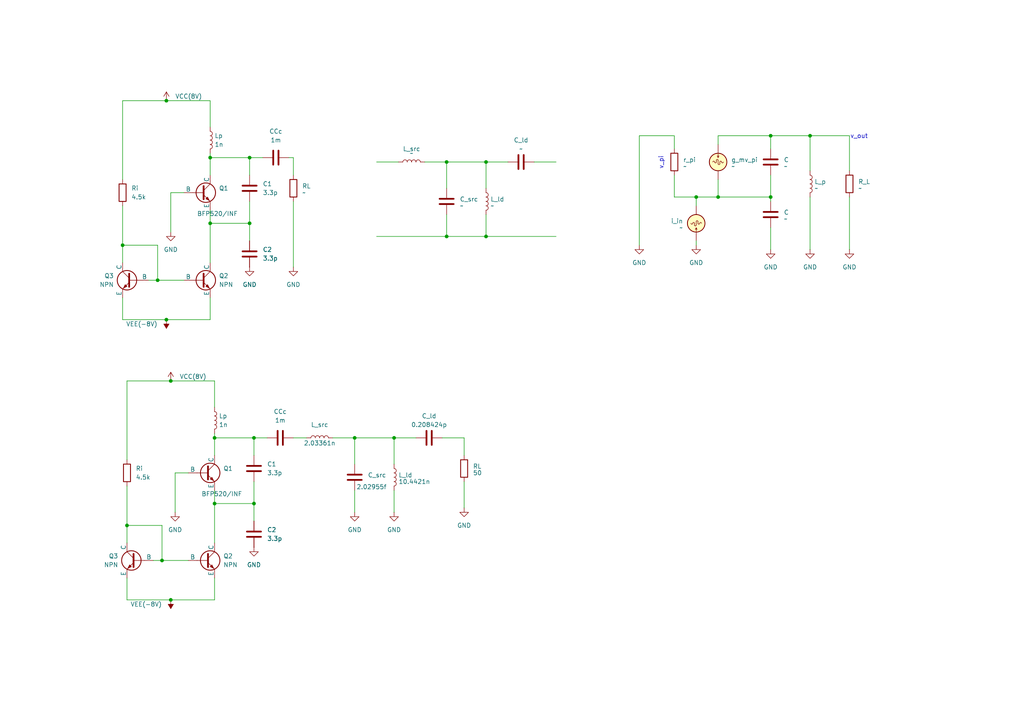
<source format=kicad_sch>
(kicad_sch (version 20231120) (generator "eeschema") (generator_version "8.0")
  (paper "A4")
  (lib_symbols
    (symbol "Device:C" (pin_numbers hide) (pin_names (offset 0.254))
      (property "Reference" "C" (at 0.635 2.54 0))
      (property "Value" "C" (at 0.635 -2.54 0))
      (symbol "C_0_1"
        (polyline (pts (xy -2.032 -0.762) (xy 2.032 -0.762)) (stroke (width 0.508)))
        (polyline (pts (xy -2.032 0.762) (xy 2.032 0.762)) (stroke (width 0.508)))
      )
      (symbol "C_1_1"
        (pin passive line (at 0 3.81 270) (length 2.794) (name "~") (number "1"))
        (pin passive line (at 0 -3.81 90) (length 2.794) (name "~") (number "2"))
      )
    )
    (symbol "Device:L" (pin_numbers hide) (pin_names (offset 1.016) hide)
      (property "Reference" "L" (at -1.27 0 90))
      (property "Value" "L" (at 1.905 0 90))
      (symbol "L_0_1"
        (arc (start 0 -2.54) (mid 0.6323 -1.905) (end 0 -1.27))
        (arc (start 0 -1.27) (mid 0.6323 -0.635) (end 0 0))
        (arc (start 0 0) (mid 0.6323 0.635) (end 0 1.27))
        (arc (start 0 1.27) (mid 0.6323 1.905) (end 0 2.54))
      )
      (symbol "L_1_1"
        (pin passive line (at 0 3.81 270) (length 1.27) (name "1") (number "1"))
        (pin passive line (at 0 -3.81 90) (length 1.27) (name "2") (number "2"))
      )
    )
    (symbol "Device:R" (pin_numbers hide) (pin_names (offset 0))
      (property "Reference" "R" (at 2.032 0 90))
      (property "Value" "R" (at 0 0 90))
      (symbol "R_0_1"
        (rectangle (start -1.016 -2.54) (end 1.016 2.54) (stroke (width 0.254)))
      )
      (symbol "R_1_1"
        (pin passive line (at 0 3.81 270) (length 1.27) (name "~") (number "1"))
        (pin passive line (at 0 -3.81 90) (length 1.27) (name "~") (number "2"))
      )
    )
    (symbol "Simulation_SPICE:IAM" (pin_numbers hide) (pin_names (offset 0.0254))
      (property "Reference" "I" (at 2.54 2.54 0))
      (property "Value" "IAM" (at 2.54 0 0))
      (property "Sim.Params" "type=\"I\" model=\"am(1 0 1k 100k 1n)\" lib=\"\"" (at 2.54 -2.54 0))
      (symbol "IAM_0_0"
        (arc (start 0 0.508) (mid -0.254 0.7609) (end -0.508 0.508))
      )
      (symbol "IAM_0_1"
        (arc (start -1.016 0) (mid -1.27 0.2529) (end -1.524 0))
        (arc (start -1.016 0) (mid -0.762 -0.2529) (end -0.508 0))
        (arc (start 0 -0.508) (mid 0.254 -0.7609) (end 0.508 -0.508))
        (polyline (pts (xy -0.508 0.508) (xy -0.508 0)))
        (polyline (pts (xy 0 0.508) (xy 0 -0.508)))
        (polyline (pts (xy 0 1.27) (xy 0 2.286)))
        (polyline (pts (xy 0.508 -0.508) (xy 0.508 0)))
        (polyline (pts (xy -0.254 1.778) (xy 0 1.27) (xy 0.254 1.778)))
        (circle (center 0 0) (radius 2.54) (stroke (width 0.254)) (fill (type background)))
        (arc (start 1.016 0) (mid 0.762 0.2529) (end 0.508 0))
        (arc (start 1.016 0) (mid 1.27 -0.2529) (end 1.524 0))
      )
      (symbol "IAM_1_1"
        (pin passive line (at 0 5.08 270) (length 2.54) (name "~") (number "1"))
        (pin passive line (at 0 -5.08 90) (length 2.54) (name "~") (number "2"))
      )
    )
    (symbol "Simulation_SPICE:NPN" (pin_numbers hide) (pin_names (offset 0))
      (property "Reference" "Q" (at -2.54 7.62 0))
      (property "Value" "NPN" (at -2.54 5.08 0))
      (symbol "NPN_0_1"
        (polyline (pts (xy -2.54 0) (xy 0.635 0)) (stroke (width 0.1524)))
        (polyline (pts (xy 0.635 0.635) (xy 2.54 2.54)))
        (polyline (pts (xy 2.794 -1.27) (xy 2.794 -1.27)) (stroke (width 0.1524)))
        (polyline (pts (xy 2.794 -1.27) (xy 2.794 -1.27)) (stroke (width 0.1524)))
        (polyline (pts (xy 0.635 -0.635) (xy 2.54 -2.54) (xy 2.54 -2.54)))
        (polyline (pts (xy 0.635 1.905) (xy 0.635 -1.905) (xy 0.635 -1.905)) (stroke (width 0.508)))
        (polyline (pts (xy 1.27 -1.778) (xy 1.778 -1.27) (xy 2.286 -2.286) (xy 1.27 -1.778) (xy 1.27 -1.778)) (fill (type outline)))
        (circle (center 1.27 0) (radius 2.8194) (stroke (width 0.254)))
      )
      (symbol "NPN_1_1"
        (pin open_collector line (at 2.54 5.08 270) (length 2.54) (name "C") (number "1"))
        (pin input line (at -5.08 0 0) (length 2.54) (name "B") (number "2"))
        (pin open_emitter line (at 2.54 -5.08 90) (length 2.54) (name "E") (number "3"))
      )
    )
    (symbol "power:GND" (power) (pin_numbers hide) (pin_names (offset 0) hide)
      (property "Value" "GND" (at 0 -3.81 0))
      (symbol "GND_0_1"
        (polyline (pts (xy 0 0) (xy 0 -1.27) (xy 1.27 -1.27) (xy 0 -2.54) (xy -1.27 -1.27) (xy 0 -1.27)))
      )
      (symbol "GND_1_1"
        (pin power_in line (at 0 0 270) (length 0) (name "~") (number "1"))
      )
    )
    (symbol "power:VCC" (power) (pin_numbers hide) (pin_names (offset 0) hide)
      (property "Value" "VCC" (at 0 3.556 0))
      (symbol "VCC_0_1"
        (polyline (pts (xy -0.762 1.27) (xy 0 2.54)))
        (polyline (pts (xy 0 0) (xy 0 2.54)))
        (polyline (pts (xy 0 2.54) (xy 0.762 1.27)))
      )
      (symbol "VCC_1_1"
        (pin power_in line (at 0 0 90) (length 0) (name "~") (number "1"))
      )
    )
    (symbol "power:VEE" (power) (pin_numbers hide) (pin_names (offset 0) hide)
      (property "Value" "VEE" (at 0 3.556 0))
      (symbol "VEE_0_1"
        (polyline (pts (xy 0 0) (xy 0 2.54)))
        (polyline (pts (xy 0.762 1.27) (xy -0.762 1.27) (xy 0 2.54) (xy 0.762 1.27)) (fill (type outline)))
      )
      (symbol "VEE_1_1"
        (pin power_in line (at 0 0 90) (length 0) (name "~") (number "1"))
      )
    )
  )
  (junction (at 201.93 57.15))
  (junction (at 140.97 68.58))
  (junction (at 129.54 68.58))
  (junction (at 60.96 64.77))
  (junction (at 62.23 127))
  (junction (at 36.83 152.4))
  (junction (at 223.52 57.15))
  (junction (at 49.53 110.49))
  (junction (at 73.66 127))
  (junction (at 46.99 162.56))
  (junction (at 49.53 173.99))
  (junction (at 208.28 57.15))
  (junction (at 72.39 45.72))
  (junction (at 234.95 39.37))
  (junction (at 48.26 29.21))
  (junction (at 114.3 127))
  (junction (at 129.54 46.99))
  (junction (at 102.87 127))
  (junction (at 35.56 71.12))
  (junction (at 45.72 81.28))
  (junction (at 72.39 64.77))
  (junction (at 140.97 46.99))
  (junction (at 223.52 39.37))
  (junction (at 73.66 146.05))
  (junction (at 48.26 92.71))
  (junction (at 62.23 146.05))
  (junction (at 60.96 45.72))
  (wire (pts (xy 49.53 173.99) (xy 62.23 173.99)))
  (wire (pts (xy 102.87 142.24) (xy 102.87 148.59)))
  (wire (pts (xy 72.39 58.42) (xy 72.39 64.77)))
  (wire (pts (xy 48.26 92.71) (xy 60.96 92.71)))
  (wire (pts (xy 45.72 71.12) (xy 45.72 81.28)))
  (wire (pts (xy 60.96 44.45) (xy 60.96 45.72)))
  (wire (pts (xy 60.96 45.72) (xy 72.39 45.72)))
  (wire (pts (xy 85.09 58.42) (xy 85.09 77.47)))
  (wire (pts (xy 36.83 173.99) (xy 49.53 173.99)))
  (wire (pts (xy 53.34 55.88) (xy 49.53 55.88)))
  (wire (pts (xy 201.93 57.15) (xy 208.28 57.15)))
  (wire (pts (xy 128.27 127) (xy 134.62 127)))
  (wire (pts (xy 62.23 146.05) (xy 73.66 146.05)))
  (wire (pts (xy 60.96 86.36) (xy 60.96 92.71)))
  (wire (pts (xy 54.61 137.16) (xy 50.8 137.16)))
  (wire (pts (xy 73.66 139.7) (xy 73.66 146.05)))
  (wire (pts (xy 114.3 127) (xy 120.65 127)))
  (wire (pts (xy 35.56 52.07) (xy 35.56 29.21)))
  (wire (pts (xy 36.83 140.97) (xy 36.83 152.4)))
  (wire (pts (xy 62.23 127) (xy 62.23 132.08)))
  (wire (pts (xy 35.56 92.71) (xy 48.26 92.71)))
  (wire (pts (xy 62.23 167.64) (xy 62.23 173.99)))
  (wire (pts (xy 45.72 81.28) (xy 53.34 81.28)))
  (wire (pts (xy 35.56 86.36) (xy 35.56 92.71)))
  (wire (pts (xy 140.97 46.99) (xy 147.32 46.99)))
  (wire (pts (xy 234.95 39.37) (xy 246.38 39.37)))
  (wire (pts (xy 49.53 55.88) (xy 49.53 67.31)))
  (wire (pts (xy 85.09 45.72) (xy 85.09 50.8)))
  (wire (pts (xy 208.28 39.37) (xy 223.52 39.37)))
  (wire (pts (xy 134.62 139.7) (xy 134.62 147.32)))
  (wire (pts (xy 60.96 29.21) (xy 60.96 36.83)))
  (wire (pts (xy 201.93 71.12) (xy 201.93 69.85)))
  (wire (pts (xy 60.96 45.72) (xy 60.96 50.8)))
  (wire (pts (xy 223.52 39.37) (xy 223.52 43.18)))
  (wire (pts (xy 46.99 162.56) (xy 54.61 162.56)))
  (wire (pts (xy 114.3 142.24) (xy 114.3 148.59)))
  (wire (pts (xy 223.52 66.04) (xy 223.52 72.39)))
  (wire (pts (xy 195.58 57.15) (xy 201.93 57.15)))
  (wire (pts (xy 60.96 64.77) (xy 60.96 76.2)))
  (wire (pts (xy 140.97 46.99) (xy 140.97 54.61)))
  (wire (pts (xy 46.99 152.4) (xy 46.99 162.56)))
  (wire (pts (xy 129.54 68.58) (xy 140.97 68.58)))
  (wire (pts (xy 208.28 57.15) (xy 223.52 57.15)))
  (wire (pts (xy 62.23 125.73) (xy 62.23 127)))
  (wire (pts (xy 223.52 50.8) (xy 223.52 57.15)))
  (wire (pts (xy 208.28 52.07) (xy 208.28 57.15)))
  (wire (pts (xy 35.56 59.69) (xy 35.56 71.12)))
  (wire (pts (xy 72.39 45.72) (xy 76.2 45.72)))
  (wire (pts (xy 102.87 127) (xy 102.87 134.62)))
  (wire (pts (xy 129.54 46.99) (xy 129.54 54.61)))
  (wire (pts (xy 123.19 46.99) (xy 129.54 46.99)))
  (wire (pts (xy 102.87 127) (xy 114.3 127)))
  (wire (pts (xy 60.96 64.77) (xy 72.39 64.77)))
  (wire (pts (xy 62.23 146.05) (xy 62.23 157.48)))
  (wire (pts (xy 72.39 45.72) (xy 72.39 50.8)))
  (wire (pts (xy 208.28 41.91) (xy 208.28 39.37)))
  (wire (pts (xy 36.83 167.64) (xy 36.83 173.99)))
  (wire (pts (xy 129.54 62.23) (xy 129.54 68.58)))
  (wire (pts (xy 154.94 46.99) (xy 161.29 46.99)))
  (wire (pts (xy 73.66 146.05) (xy 73.66 151.13)))
  (wire (pts (xy 36.83 110.49) (xy 49.53 110.49)))
  (wire (pts (xy 62.23 127) (xy 73.66 127)))
  (wire (pts (xy 234.95 39.37) (xy 234.95 49.53)))
  (wire (pts (xy 85.09 127) (xy 88.9 127)))
  (wire (pts (xy 195.58 43.18) (xy 195.58 39.37)))
  (wire (pts (xy 140.97 68.58) (xy 161.29 68.58)))
  (wire (pts (xy 109.22 68.58) (xy 129.54 68.58)))
  (wire (pts (xy 114.3 127) (xy 114.3 134.62)))
  (wire (pts (xy 49.53 110.49) (xy 62.23 110.49)))
  (wire (pts (xy 36.83 152.4) (xy 46.99 152.4)))
  (wire (pts (xy 36.83 152.4) (xy 36.83 157.48)))
  (wire (pts (xy 43.18 81.28) (xy 45.72 81.28)))
  (wire (pts (xy 62.23 110.49) (xy 62.23 118.11)))
  (wire (pts (xy 134.62 127) (xy 134.62 132.08)))
  (wire (pts (xy 109.22 46.99) (xy 115.57 46.99)))
  (wire (pts (xy 73.66 127) (xy 73.66 132.08)))
  (wire (pts (xy 246.38 39.37) (xy 246.38 49.53)))
  (wire (pts (xy 234.95 57.15) (xy 234.95 72.39)))
  (wire (pts (xy 195.58 39.37) (xy 185.42 39.37)))
  (wire (pts (xy 73.66 127) (xy 77.47 127)))
  (wire (pts (xy 246.38 57.15) (xy 246.38 72.39)))
  (wire (pts (xy 35.56 71.12) (xy 45.72 71.12)))
  (wire (pts (xy 35.56 71.12) (xy 35.56 76.2)))
  (wire (pts (xy 129.54 46.99) (xy 140.97 46.99)))
  (wire (pts (xy 185.42 39.37) (xy 185.42 71.12)))
  (wire (pts (xy 96.52 127) (xy 102.87 127)))
  (wire (pts (xy 72.39 64.77) (xy 72.39 69.85)))
  (wire (pts (xy 62.23 142.24) (xy 62.23 146.05)))
  (wire (pts (xy 83.82 45.72) (xy 85.09 45.72)))
  (wire (pts (xy 223.52 57.15) (xy 223.52 58.42)))
  (wire (pts (xy 223.52 39.37) (xy 234.95 39.37)))
  (wire (pts (xy 60.96 60.96) (xy 60.96 64.77)))
  (wire (pts (xy 36.83 133.35) (xy 36.83 110.49)))
  (wire (pts (xy 44.45 162.56) (xy 46.99 162.56)))
  (wire (pts (xy 48.26 29.21) (xy 60.96 29.21)))
  (wire (pts (xy 195.58 50.8) (xy 195.58 57.15)))
  (wire (pts (xy 201.93 57.15) (xy 201.93 59.69)))
  (wire (pts (xy 50.8 137.16) (xy 50.8 148.59)))
  (wire (pts (xy 140.97 62.23) (xy 140.97 68.58)))
  (wire (pts (xy 35.56 29.21) (xy 48.26 29.21)))
  (text "v_out" (at 249.174 39.624 0) (effects (font (size 1.27 1.27))))
  (text "v_pi" (at 191.77 47.244 90) (effects (font (size 1.27 1.27))))
  (symbol (lib_id "Device:R") (at 35.56 55.88 0) (unit 1)
    (property "Reference" "Ri" (at 38.1 54.6099 0) (effects (justify left)))
    (property "Value" "4.5k" (at 38.1 57.1499 0) (effects (justify left)))
    (property "Description" "Resistor" (effects (hide yes)))
  )
  (symbol (lib_id "power:GND") (at 246.38 72.39 0) (unit 1)
    (property "Reference" "#PWR010" (effects (hide yes)))
    (property "Value" "GND" (at 246.38 77.47 0))
    (property "Description" "Power symbol creates a global label with name \"GND\" , ground" (effects (hide yes)))
  )
  (symbol (lib_id "power:VEE") (at 49.53 173.99 0) (mirror x) (unit 1)
    (property "Reference" "#PWR012" (effects (hide yes)))
    (property "Value" "VEE(-8V)" (at 46.99 175.2599 0) (effects (justify right)))
    (property "Description" "Power symbol creates a global label with name \"VEE\"" (effects (hide yes)))
  )
  (symbol (lib_id "Simulation_SPICE:NPN") (at 39.37 162.56 0) (mirror y) (unit 1)
    (property "Reference" "Q3" (at 34.29 161.2899 0) (effects (justify left)))
    (property "Value" "NPN" (at 34.29 163.8299 0) (effects (justify left)))
    (property "Datasheet" "https://ngspice.sourceforge.io/docs/ngspice-html-manual/manual.xhtml#cha_BJTs" (effects (hide yes)))
    (property "Description" "Bipolar transistor symbol for simulation only, substrate tied to the emitter" (effects (hide yes)))
    (property "Sim.Device" "NPN" (effects (hide yes)))
    (property "Sim.Type" "GUMMELPOON" (effects (hide yes)))
    (property "Sim.Pins" "1=C 2=B 3=E" (effects (hide yes)))
  )
  (symbol (lib_id "Simulation_SPICE:NPN") (at 59.69 137.16 0) (unit 1)
    (property "Reference" "Q1" (at 64.77 135.8899 0) (effects (justify left)))
    (property "Value" "BFP520/INF" (at 58.42 143.256 0) (effects (justify left)))
    (property "Datasheet" "https://ngspice.sourceforge.io/docs/ngspice-html-manual/manual.xhtml#cha_BJTs" (effects (hide yes)))
    (property "Description" "Bipolar transistor symbol for simulation only, substrate tied to the emitter" (effects (hide yes)))
    (property "Sim.Device" "NPN" (effects (hide yes)))
    (property "Sim.Type" "GUMMELPOON" (effects (hide yes)))
    (property "Sim.Pins" "1=C 2=B 3=E" (effects (hide yes)))
  )
  (symbol (lib_id "power:GND") (at 50.8 148.59 0) (unit 1)
    (property "Reference" "#PWR013" (effects (hide yes)))
    (property "Value" "GND" (at 50.8 153.67 0))
    (property "Description" "Power symbol creates a global label with name \"GND\" , ground" (effects (hide yes)))
  )
  (symbol (lib_id "Device:R") (at 36.83 137.16 0) (unit 1)
    (property "Reference" "Ri" (at 39.37 135.8899 0) (effects (justify left)))
    (property "Value" "4.5k" (at 39.37 138.4299 0) (effects (justify left)))
    (property "Description" "Resistor" (effects (hide yes)))
  )
  (symbol (lib_id "Simulation_SPICE:NPN") (at 59.69 162.56 0) (unit 1)
    (property "Reference" "Q2" (at 64.77 161.2899 0) (effects (justify left)))
    (property "Value" "NPN" (at 64.77 163.8299 0) (effects (justify left)))
    (property "Datasheet" "https://ngspice.sourceforge.io/docs/ngspice-html-manual/manual.xhtml#cha_BJTs" (effects (hide yes)))
    (property "Description" "Bipolar transistor symbol for simulation only, substrate tied to the emitter" (effects (hide yes)))
    (property "Sim.Device" "NPN" (effects (hide yes)))
    (property "Sim.Type" "GUMMELPOON" (effects (hide yes)))
    (property "Sim.Pins" "1=C 2=B 3=E" (effects (hide yes)))
  )
  (symbol (lib_id "Device:C") (at 223.52 62.23 0) (unit 1)
    (property "Reference" "C" (at 227.33 61.5949 0) (effects (justify left)))
    (property "Value" "~" (at 227.33 63.5 0) (effects (justify left)))
    (property "Description" "Unpolarized capacitor" (effects (hide yes)))
  )
  (symbol (lib_id "power:GND") (at 114.3 148.59 0) (unit 1)
    (property "Reference" "#PWR017" (effects (hide yes)))
    (property "Value" "GND" (at 114.3 153.67 0))
    (property "Description" "Power symbol creates a global label with name \"GND\" , ground" (effects (hide yes)))
  )
  (symbol (lib_id "Device:R") (at 134.62 135.89 180) (unit 1)
    (property "Reference" "RL" (at 137.16 135.2549 0) (effects (justify right)))
    (property "Value" "50" (at 137.16 137.16 0) (effects (justify right)))
    (property "Description" "Resistor" (effects (hide yes)))
  )
  (symbol (lib_id "Device:R") (at 246.38 53.34 0) (unit 1)
    (property "Reference" "R_L" (at 248.92 52.7049 0) (effects (justify left)))
    (property "Value" "~" (at 248.92 54.61 0) (effects (justify left)))
    (property "Description" "Resistor" (effects (hide yes)))
  )
  (symbol (lib_id "Simulation_SPICE:NPN") (at 58.42 55.88 0) (unit 1)
    (property "Reference" "Q1" (at 63.5 54.6099 0) (effects (justify left)))
    (property "Value" "BFP520/INF" (at 57.15 61.976 0) (effects (justify left)))
    (property "Datasheet" "https://ngspice.sourceforge.io/docs/ngspice-html-manual/manual.xhtml#cha_BJTs" (effects (hide yes)))
    (property "Description" "Bipolar transistor symbol for simulation only, substrate tied to the emitter" (effects (hide yes)))
    (property "Sim.Device" "NPN" (effects (hide yes)))
    (property "Sim.Type" "GUMMELPOON" (effects (hide yes)))
    (property "Sim.Pins" "1=C 2=B 3=E" (effects (hide yes)))
  )
  (symbol (lib_id "power:GND") (at 102.87 148.59 0) (unit 1)
    (property "Reference" "#PWR016" (effects (hide yes)))
    (property "Value" "GND" (at 102.87 153.67 0))
    (property "Description" "Power symbol creates a global label with name \"GND\" , ground" (effects (hide yes)))
  )
  (symbol (lib_id "Device:L") (at 62.23 121.92 0) (unit 1)
    (property "Reference" "Lp" (at 63.5 120.6499 0) (effects (justify left)))
    (property "Value" "1n" (at 63.5 123.1899 0) (effects (justify left)))
    (property "Description" "Inductor" (effects (hide yes)))
  )
  (symbol (lib_id "power:GND") (at 234.95 72.39 0) (unit 1)
    (property "Reference" "#PWR09" (effects (hide yes)))
    (property "Value" "GND" (at 234.95 77.47 0))
    (property "Description" "Power symbol creates a global label with name \"GND\" , ground" (effects (hide yes)))
  )
  (symbol (lib_id "Device:C") (at 81.28 127 90) (unit 1)
    (property "Reference" "CCc" (at 81.28 119.38 90))
    (property "Value" "1m" (at 81.28 121.92 90))
    (property "Description" "Unpolarized capacitor" (effects (hide yes)))
  )
  (symbol (lib_id "Device:L") (at 140.97 58.42 0) (unit 1)
    (property "Reference" "L_ld" (at 142.24 57.7849 0) (effects (justify left)))
    (property "Value" "~" (at 142.24 59.69 0) (effects (justify left)))
    (property "Description" "Inductor" (effects (hide yes)))
  )
  (symbol (lib_id "Simulation_SPICE:IAM") (at 201.93 64.77 0) (mirror x) (unit 1)
    (property "Reference" "i_in" (at 198.12 64.1349 0) (effects (justify right)))
    (property "Value" "~" (at 198.12 66.04 0) (effects (justify right)))
    (property "Datasheet" "https://ngspice.sourceforge.io/docs/ngspice-html-manual/manual.xhtml#sec_Independent_Sources_for" (effects (hide yes)))
    (property "Description" "Current source, AM" (effects (hide yes)))
    (property "Sim.Pins" "1=1 2=2" (effects (hide yes)))
    (property "Sim.Device" "SPICE" (effects (hide yes)))
  )
  (symbol (lib_id "Device:L") (at 234.95 53.34 0) (unit 1)
    (property "Reference" "L_p" (at 236.22 52.7049 0) (effects (justify left)))
    (property "Value" "~" (at 236.22 54.61 0) (effects (justify left)))
    (property "Description" "Inductor" (effects (hide yes)))
  )
  (symbol (lib_id "Device:L") (at 92.71 127 90) (unit 1)
    (property "Reference" "L_src" (at 92.71 123.19 90))
    (property "Value" "2.03361n" (at 92.71 128.524 90))
    (property "Description" "Inductor" (effects (hide yes)))
  )
  (symbol (lib_id "Device:C") (at 129.54 58.42 0) (unit 1)
    (property "Reference" "C_src" (at 133.35 57.7849 0) (effects (justify left)))
    (property "Value" "~" (at 133.35 59.69 0) (effects (justify left)))
    (property "Description" "Unpolarized capacitor" (effects (hide yes)))
  )
  (symbol (lib_id "Device:C") (at 223.52 46.99 0) (unit 1)
    (property "Reference" "C" (at 227.33 46.3549 0) (effects (justify left)))
    (property "Value" "~" (at 227.33 48.26 0) (effects (justify left)))
    (property "Description" "Unpolarized capacitor" (effects (hide yes)))
  )
  (symbol (lib_id "Simulation_SPICE:IAM") (at 208.28 46.99 0) (unit 1)
    (property "Reference" "g_mv_pi" (at 212.09 46.3549 0) (effects (justify left)))
    (property "Value" "~" (at 212.09 48.26 0) (effects (justify left)))
    (property "Datasheet" "https://ngspice.sourceforge.io/docs/ngspice-html-manual/manual.xhtml#sec_Independent_Sources_for" (effects (hide yes)))
    (property "Description" "Current source, AM" (effects (hide yes)))
    (property "Sim.Pins" "1=1 2=2" (effects (hide yes)))
    (property "Sim.Device" "SPICE" (effects (hide yes)))
  )
  (symbol (lib_id "power:GND") (at 201.93 71.12 0) (unit 1)
    (property "Reference" "#PWR06" (effects (hide yes)))
    (property "Value" "GND" (at 201.93 76.2 0))
    (property "Description" "Power symbol creates a global label with name \"GND\" , ground" (effects (hide yes)))
  )
  (symbol (lib_id "Device:C") (at 73.66 135.89 0) (unit 1)
    (property "Reference" "C1" (at 77.47 134.6199 0) (effects (justify left)))
    (property "Value" "3.3p" (at 77.47 137.1599 0) (effects (justify left)))
    (property "Description" "Unpolarized capacitor" (effects (hide yes)))
  )
  (symbol (lib_id "Device:C") (at 124.46 127 90) (unit 1)
    (property "Reference" "C_ld" (at 124.46 120.65 90))
    (property "Value" "0.208424p" (at 124.46 123.19 90))
    (property "Description" "Unpolarized capacitor" (effects (hide yes)))
  )
  (symbol (lib_id "Device:C") (at 151.13 46.99 90) (unit 1)
    (property "Reference" "C_ld" (at 151.13 40.64 90))
    (property "Value" "~" (at 151.13 43.18 90))
    (property "Description" "Unpolarized capacitor" (effects (hide yes)))
  )
  (symbol (lib_id "Device:C") (at 72.39 73.66 0) (unit 1)
    (property "Reference" "C2" (at 76.2 72.3899 0) (effects (justify left)))
    (property "Value" "3.3p" (at 76.2 74.9299 0) (effects (justify left)))
    (property "Description" "Unpolarized capacitor" (effects (hide yes)))
  )
  (symbol (lib_id "power:GND") (at 72.39 77.47 0) (unit 1)
    (property "Reference" "#PWR02" (effects (hide yes)))
    (property "Value" "GND" (at 72.39 82.55 0))
    (property "Description" "Power symbol creates a global label with name \"GND\" , ground" (effects (hide yes)))
  )
  (symbol (lib_id "Simulation_SPICE:NPN") (at 58.42 81.28 0) (unit 1)
    (property "Reference" "Q2" (at 63.5 80.0099 0) (effects (justify left)))
    (property "Value" "NPN" (at 63.5 82.5499 0) (effects (justify left)))
    (property "Datasheet" "https://ngspice.sourceforge.io/docs/ngspice-html-manual/manual.xhtml#cha_BJTs" (effects (hide yes)))
    (property "Description" "Bipolar transistor symbol for simulation only, substrate tied to the emitter" (effects (hide yes)))
    (property "Sim.Device" "NPN" (effects (hide yes)))
    (property "Sim.Type" "GUMMELPOON" (effects (hide yes)))
    (property "Sim.Pins" "1=C 2=B 3=E" (effects (hide yes)))
  )
  (symbol (lib_id "Device:L") (at 119.38 46.99 90) (unit 1)
    (property "Reference" "L_src" (at 119.38 43.18 90))
    (property "Value" "~" (at 119.38 44.45 90))
    (property "Description" "Inductor" (effects (hide yes)))
  )
  (symbol (lib_id "Simulation_SPICE:NPN") (at 38.1 81.28 0) (mirror y) (unit 1)
    (property "Reference" "Q3" (at 33.02 80.0099 0) (effects (justify left)))
    (property "Value" "NPN" (at 33.02 82.5499 0) (effects (justify left)))
    (property "Datasheet" "https://ngspice.sourceforge.io/docs/ngspice-html-manual/manual.xhtml#cha_BJTs" (effects (hide yes)))
    (property "Description" "Bipolar transistor symbol for simulation only, substrate tied to the emitter" (effects (hide yes)))
    (property "Sim.Device" "NPN" (effects (hide yes)))
    (property "Sim.Type" "GUMMELPOON" (effects (hide yes)))
    (property "Sim.Pins" "1=C 2=B 3=E" (effects (hide yes)))
  )
  (symbol (lib_id "Device:R") (at 85.09 54.61 180) (unit 1)
    (property "Reference" "RL" (at 87.63 53.9749 0) (effects (justify right)))
    (property "Value" "~" (at 87.63 55.88 0) (effects (justify right)))
    (property "Description" "Resistor" (effects (hide yes)))
  )
  (symbol (lib_id "Device:C") (at 102.87 138.43 0) (unit 1)
    (property "Reference" "C_src" (at 106.68 137.7949 0) (effects (justify left)))
    (property "Value" "2.02955f" (at 103.378 141.224 0) (effects (justify left)))
    (property "Description" "Unpolarized capacitor" (effects (hide yes)))
  )
  (symbol (lib_id "power:GND") (at 134.62 147.32 0) (unit 1)
    (property "Reference" "#PWR015" (effects (hide yes)))
    (property "Value" "GND" (at 134.62 152.4 0))
    (property "Description" "Power symbol creates a global label with name \"GND\" , ground" (effects (hide yes)))
  )
  (symbol (lib_id "power:VCC") (at 49.53 110.49 0) (unit 1)
    (property "Reference" "#PWR011" (effects (hide yes)))
    (property "Value" "VCC(8V)" (at 52.07 109.2199 0) (effects (justify left)))
    (property "Description" "Power symbol creates a global label with name \"VCC\"" (effects (hide yes)))
  )
  (symbol (lib_id "power:GND") (at 73.66 158.75 0) (unit 1)
    (property "Reference" "#PWR014" (effects (hide yes)))
    (property "Value" "GND" (at 73.66 163.83 0))
    (property "Description" "Power symbol creates a global label with name \"GND\" , ground" (effects (hide yes)))
  )
  (symbol (lib_id "Device:L") (at 114.3 138.43 0) (unit 1)
    (property "Reference" "L_ld" (at 115.57 137.7949 0) (effects (justify left)))
    (property "Value" "10.4421n" (at 115.57 139.7 0) (effects (justify left)))
    (property "Description" "Inductor" (effects (hide yes)))
  )
  (symbol (lib_id "Device:C") (at 73.66 154.94 0) (unit 1)
    (property "Reference" "C2" (at 77.47 153.6699 0) (effects (justify left)))
    (property "Value" "3.3p" (at 77.47 156.2099 0) (effects (justify left)))
    (property "Description" "Unpolarized capacitor" (effects (hide yes)))
  )
  (symbol (lib_id "power:VEE") (at 48.26 92.71 0) (mirror x) (unit 1)
    (property "Reference" "#PWR05" (effects (hide yes)))
    (property "Value" "VEE(-8V)" (at 45.72 93.9799 0) (effects (justify right)))
    (property "Description" "Power symbol creates a global label with name \"VEE\"" (effects (hide yes)))
  )
  (symbol (lib_id "Device:C") (at 72.39 54.61 0) (unit 1)
    (property "Reference" "C1" (at 76.2 53.3399 0) (effects (justify left)))
    (property "Value" "3.3p" (at 76.2 55.8799 0) (effects (justify left)))
    (property "Description" "Unpolarized capacitor" (effects (hide yes)))
  )
  (symbol (lib_id "power:GND") (at 49.53 67.31 0) (unit 1)
    (property "Reference" "#PWR01" (effects (hide yes)))
    (property "Value" "GND" (at 49.53 72.39 0))
    (property "Description" "Power symbol creates a global label with name \"GND\" , ground" (effects (hide yes)))
  )
  (symbol (lib_id "power:VCC") (at 48.26 29.21 0) (unit 1)
    (property "Reference" "#PWR04" (effects (hide yes)))
    (property "Value" "VCC(8V)" (at 50.8 27.9399 0) (effects (justify left)))
    (property "Description" "Power symbol creates a global label with name \"VCC\"" (effects (hide yes)))
  )
  (symbol (lib_id "power:GND") (at 185.42 71.12 0) (unit 1)
    (property "Reference" "#PWR07" (effects (hide yes)))
    (property "Value" "GND" (at 185.42 76.2 0))
    (property "Description" "Power symbol creates a global label with name \"GND\" , ground" (effects (hide yes)))
  )
  (symbol (lib_id "power:GND") (at 223.52 72.39 0) (unit 1)
    (property "Reference" "#PWR08" (effects (hide yes)))
    (property "Value" "GND" (at 223.52 77.47 0))
    (property "Description" "Power symbol creates a global label with name \"GND\" , ground" (effects (hide yes)))
  )
  (symbol (lib_id "Device:L") (at 60.96 40.64 0) (unit 1)
    (property "Reference" "Lp" (at 62.23 39.3699 0) (effects (justify left)))
    (property "Value" "1n" (at 62.23 41.9099 0) (effects (justify left)))
    (property "Description" "Inductor" (effects (hide yes)))
  )
  (symbol (lib_id "Device:R") (at 195.58 46.99 0) (unit 1)
    (property "Reference" "r_pi" (at 198.12 46.3549 0) (effects (justify left)))
    (property "Value" "~" (at 198.12 48.26 0) (effects (justify left)))
    (property "Description" "Resistor" (effects (hide yes)))
  )
  (symbol (lib_id "Device:C") (at 80.01 45.72 90) (unit 1)
    (property "Reference" "CCc" (at 80.01 38.1 90))
    (property "Value" "1m" (at 80.01 40.64 90))
    (property "Description" "Unpolarized capacitor" (effects (hide yes)))
  )
  (symbol (lib_id "power:GND") (at 85.09 77.47 0) (unit 1)
    (property "Reference" "#PWR03" (effects (hide yes)))
    (property "Value" "GND" (at 85.09 82.55 0))
    (property "Description" "Power symbol creates a global label with name \"GND\" , ground" (effects (hide yes)))
  )
)
</source>
